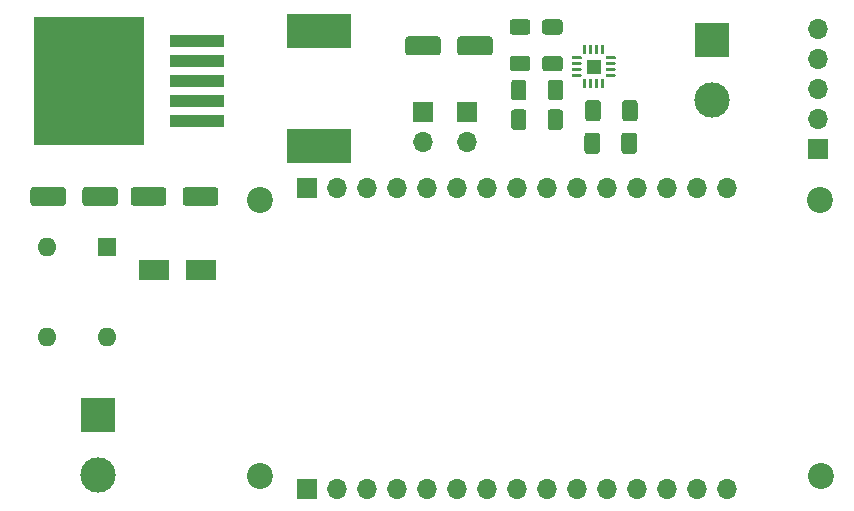
<source format=gbr>
%TF.GenerationSoftware,KiCad,Pcbnew,(5.1.10)-1*%
%TF.CreationDate,2023-06-16T20:51:16+02:00*%
%TF.ProjectId,Disney_door_opener,4469736e-6579-45f6-946f-6f725f6f7065,rev?*%
%TF.SameCoordinates,Original*%
%TF.FileFunction,Soldermask,Top*%
%TF.FilePolarity,Negative*%
%FSLAX46Y46*%
G04 Gerber Fmt 4.6, Leading zero omitted, Abs format (unit mm)*
G04 Created by KiCad (PCBNEW (5.1.10)-1) date 2023-06-16 20:51:16*
%MOMM*%
%LPD*%
G01*
G04 APERTURE LIST*
%ADD10O,1.700000X1.700000*%
%ADD11R,1.700000X1.700000*%
%ADD12C,2.200000*%
%ADD13R,3.000000X3.000000*%
%ADD14C,3.000000*%
%ADD15O,1.600000X1.600000*%
%ADD16R,1.600000X1.600000*%
%ADD17R,2.500000X1.800000*%
%ADD18R,5.400000X2.900000*%
%ADD19R,4.600000X1.100000*%
%ADD20R,9.400000X10.800000*%
%ADD21R,1.230000X1.230000*%
G04 APERTURE END LIST*
D10*
%TO.C,J7*%
X187310000Y-58000000D03*
X184770000Y-58000000D03*
X182230000Y-58000000D03*
X179690000Y-58000000D03*
X177150000Y-58000000D03*
X174610000Y-58000000D03*
X172070000Y-58000000D03*
X169530000Y-58000000D03*
X166990000Y-58000000D03*
X164450000Y-58000000D03*
X161910000Y-58000000D03*
X159370000Y-58000000D03*
X156830000Y-58000000D03*
X154290000Y-58000000D03*
D11*
X151750000Y-58000000D03*
%TD*%
D10*
%TO.C,J6*%
X187310000Y-32500000D03*
X184770000Y-32500000D03*
X182230000Y-32500000D03*
X179690000Y-32500000D03*
X177150000Y-32500000D03*
X174610000Y-32500000D03*
X172070000Y-32500000D03*
X169530000Y-32500000D03*
X166990000Y-32500000D03*
X164450000Y-32500000D03*
X161910000Y-32500000D03*
X159370000Y-32500000D03*
X156830000Y-32500000D03*
X154290000Y-32500000D03*
D11*
X151750000Y-32500000D03*
%TD*%
D12*
%TO.C,H4*%
X195190000Y-33550000D03*
%TD*%
%TO.C,H3*%
X147710000Y-33560000D03*
%TD*%
%TO.C,H2*%
X195220000Y-56940000D03*
%TD*%
%TO.C,H1*%
X147720000Y-56950000D03*
%TD*%
D13*
%TO.C,J5*%
X186000000Y-20000000D03*
D14*
X186000000Y-25080000D03*
%TD*%
D11*
%TO.C,J4*%
X195000000Y-29250000D03*
D10*
X195000000Y-26710000D03*
X195000000Y-24170000D03*
X195000000Y-21630000D03*
X195000000Y-19090000D03*
%TD*%
%TO.C,C6*%
G36*
G01*
X179662500Y-28099997D02*
X179662500Y-29400003D01*
G75*
G02*
X179412503Y-29650000I-249997J0D01*
G01*
X178587497Y-29650000D01*
G75*
G02*
X178337500Y-29400003I0J249997D01*
G01*
X178337500Y-28099997D01*
G75*
G02*
X178587497Y-27850000I249997J0D01*
G01*
X179412503Y-27850000D01*
G75*
G02*
X179662500Y-28099997I0J-249997D01*
G01*
G37*
G36*
G01*
X176537500Y-28099997D02*
X176537500Y-29400003D01*
G75*
G02*
X176287503Y-29650000I-249997J0D01*
G01*
X175462497Y-29650000D01*
G75*
G02*
X175212500Y-29400003I0J249997D01*
G01*
X175212500Y-28099997D01*
G75*
G02*
X175462497Y-27850000I249997J0D01*
G01*
X176287503Y-27850000D01*
G75*
G02*
X176537500Y-28099997I0J-249997D01*
G01*
G37*
%TD*%
%TO.C,C1*%
G36*
G01*
X131300000Y-32700000D02*
X131300000Y-33800000D01*
G75*
G02*
X131050000Y-34050000I-250000J0D01*
G01*
X128550000Y-34050000D01*
G75*
G02*
X128300000Y-33800000I0J250000D01*
G01*
X128300000Y-32700000D01*
G75*
G02*
X128550000Y-32450000I250000J0D01*
G01*
X131050000Y-32450000D01*
G75*
G02*
X131300000Y-32700000I0J-250000D01*
G01*
G37*
G36*
G01*
X135700000Y-32700000D02*
X135700000Y-33800000D01*
G75*
G02*
X135450000Y-34050000I-250000J0D01*
G01*
X132950000Y-34050000D01*
G75*
G02*
X132700000Y-33800000I0J250000D01*
G01*
X132700000Y-32700000D01*
G75*
G02*
X132950000Y-32450000I250000J0D01*
G01*
X135450000Y-32450000D01*
G75*
G02*
X135700000Y-32700000I0J-250000D01*
G01*
G37*
%TD*%
%TO.C,C4*%
G36*
G01*
X144200000Y-32700000D02*
X144200000Y-33800000D01*
G75*
G02*
X143950000Y-34050000I-250000J0D01*
G01*
X141450000Y-34050000D01*
G75*
G02*
X141200000Y-33800000I0J250000D01*
G01*
X141200000Y-32700000D01*
G75*
G02*
X141450000Y-32450000I250000J0D01*
G01*
X143950000Y-32450000D01*
G75*
G02*
X144200000Y-32700000I0J-250000D01*
G01*
G37*
G36*
G01*
X139800000Y-32700000D02*
X139800000Y-33800000D01*
G75*
G02*
X139550000Y-34050000I-250000J0D01*
G01*
X137050000Y-34050000D01*
G75*
G02*
X136800000Y-33800000I0J250000D01*
G01*
X136800000Y-32700000D01*
G75*
G02*
X137050000Y-32450000I250000J0D01*
G01*
X139550000Y-32450000D01*
G75*
G02*
X139800000Y-32700000I0J-250000D01*
G01*
G37*
%TD*%
%TO.C,C5*%
G36*
G01*
X160050000Y-21050000D02*
X160050000Y-19950000D01*
G75*
G02*
X160300000Y-19700000I250000J0D01*
G01*
X162800000Y-19700000D01*
G75*
G02*
X163050000Y-19950000I0J-250000D01*
G01*
X163050000Y-21050000D01*
G75*
G02*
X162800000Y-21300000I-250000J0D01*
G01*
X160300000Y-21300000D01*
G75*
G02*
X160050000Y-21050000I0J250000D01*
G01*
G37*
G36*
G01*
X164450000Y-21050000D02*
X164450000Y-19950000D01*
G75*
G02*
X164700000Y-19700000I250000J0D01*
G01*
X167200000Y-19700000D01*
G75*
G02*
X167450000Y-19950000I0J-250000D01*
G01*
X167450000Y-21050000D01*
G75*
G02*
X167200000Y-21300000I-250000J0D01*
G01*
X164700000Y-21300000D01*
G75*
G02*
X164450000Y-21050000I0J250000D01*
G01*
G37*
%TD*%
D15*
%TO.C,D1*%
X134750000Y-45120000D03*
X129670000Y-37500000D03*
X129670000Y-45120000D03*
D16*
X134750000Y-37500000D03*
%TD*%
D17*
%TO.C,D2*%
X142750000Y-39500000D03*
X138750000Y-39500000D03*
%TD*%
D18*
%TO.C,L1*%
X152750000Y-28950000D03*
X152750000Y-19250000D03*
%TD*%
D19*
%TO.C,U1*%
X142400000Y-26900000D03*
X142400000Y-25200000D03*
X142400000Y-23500000D03*
X142400000Y-21800000D03*
X142400000Y-20100000D03*
D20*
X133250000Y-23500000D03*
%TD*%
D11*
%TO.C,J2*%
X161500000Y-26075001D03*
D10*
X161500000Y-28615001D03*
%TD*%
%TO.C,J3*%
X165250000Y-28615001D03*
D11*
X165250000Y-26075001D03*
%TD*%
%TO.C,C7*%
G36*
G01*
X176600000Y-25349997D02*
X176600000Y-26650003D01*
G75*
G02*
X176350003Y-26900000I-249997J0D01*
G01*
X175524997Y-26900000D01*
G75*
G02*
X175275000Y-26650003I0J249997D01*
G01*
X175275000Y-25349997D01*
G75*
G02*
X175524997Y-25100000I249997J0D01*
G01*
X176350003Y-25100000D01*
G75*
G02*
X176600000Y-25349997I0J-249997D01*
G01*
G37*
G36*
G01*
X179725000Y-25349997D02*
X179725000Y-26650003D01*
G75*
G02*
X179475003Y-26900000I-249997J0D01*
G01*
X178649997Y-26900000D01*
G75*
G02*
X178400000Y-26650003I0J249997D01*
G01*
X178400000Y-25349997D01*
G75*
G02*
X178649997Y-25100000I249997J0D01*
G01*
X179475003Y-25100000D01*
G75*
G02*
X179725000Y-25349997I0J-249997D01*
G01*
G37*
%TD*%
%TO.C,U3*%
G36*
G01*
X174150000Y-21562500D02*
X174150000Y-21437500D01*
G75*
G02*
X174212500Y-21375000I62500J0D01*
G01*
X174912500Y-21375000D01*
G75*
G02*
X174975000Y-21437500I0J-62500D01*
G01*
X174975000Y-21562500D01*
G75*
G02*
X174912500Y-21625000I-62500J0D01*
G01*
X174212500Y-21625000D01*
G75*
G02*
X174150000Y-21562500I0J62500D01*
G01*
G37*
G36*
G01*
X174150000Y-22062500D02*
X174150000Y-21937500D01*
G75*
G02*
X174212500Y-21875000I62500J0D01*
G01*
X174912500Y-21875000D01*
G75*
G02*
X174975000Y-21937500I0J-62500D01*
G01*
X174975000Y-22062500D01*
G75*
G02*
X174912500Y-22125000I-62500J0D01*
G01*
X174212500Y-22125000D01*
G75*
G02*
X174150000Y-22062500I0J62500D01*
G01*
G37*
G36*
G01*
X174150000Y-22562500D02*
X174150000Y-22437500D01*
G75*
G02*
X174212500Y-22375000I62500J0D01*
G01*
X174912500Y-22375000D01*
G75*
G02*
X174975000Y-22437500I0J-62500D01*
G01*
X174975000Y-22562500D01*
G75*
G02*
X174912500Y-22625000I-62500J0D01*
G01*
X174212500Y-22625000D01*
G75*
G02*
X174150000Y-22562500I0J62500D01*
G01*
G37*
G36*
G01*
X174150000Y-23062500D02*
X174150000Y-22937500D01*
G75*
G02*
X174212500Y-22875000I62500J0D01*
G01*
X174912500Y-22875000D01*
G75*
G02*
X174975000Y-22937500I0J-62500D01*
G01*
X174975000Y-23062500D01*
G75*
G02*
X174912500Y-23125000I-62500J0D01*
G01*
X174212500Y-23125000D01*
G75*
G02*
X174150000Y-23062500I0J62500D01*
G01*
G37*
G36*
G01*
X175125000Y-24037500D02*
X175125000Y-23337500D01*
G75*
G02*
X175187500Y-23275000I62500J0D01*
G01*
X175312500Y-23275000D01*
G75*
G02*
X175375000Y-23337500I0J-62500D01*
G01*
X175375000Y-24037500D01*
G75*
G02*
X175312500Y-24100000I-62500J0D01*
G01*
X175187500Y-24100000D01*
G75*
G02*
X175125000Y-24037500I0J62500D01*
G01*
G37*
G36*
G01*
X175625000Y-24037500D02*
X175625000Y-23337500D01*
G75*
G02*
X175687500Y-23275000I62500J0D01*
G01*
X175812500Y-23275000D01*
G75*
G02*
X175875000Y-23337500I0J-62500D01*
G01*
X175875000Y-24037500D01*
G75*
G02*
X175812500Y-24100000I-62500J0D01*
G01*
X175687500Y-24100000D01*
G75*
G02*
X175625000Y-24037500I0J62500D01*
G01*
G37*
G36*
G01*
X176125000Y-24037500D02*
X176125000Y-23337500D01*
G75*
G02*
X176187500Y-23275000I62500J0D01*
G01*
X176312500Y-23275000D01*
G75*
G02*
X176375000Y-23337500I0J-62500D01*
G01*
X176375000Y-24037500D01*
G75*
G02*
X176312500Y-24100000I-62500J0D01*
G01*
X176187500Y-24100000D01*
G75*
G02*
X176125000Y-24037500I0J62500D01*
G01*
G37*
G36*
G01*
X176625000Y-24037500D02*
X176625000Y-23337500D01*
G75*
G02*
X176687500Y-23275000I62500J0D01*
G01*
X176812500Y-23275000D01*
G75*
G02*
X176875000Y-23337500I0J-62500D01*
G01*
X176875000Y-24037500D01*
G75*
G02*
X176812500Y-24100000I-62500J0D01*
G01*
X176687500Y-24100000D01*
G75*
G02*
X176625000Y-24037500I0J62500D01*
G01*
G37*
G36*
G01*
X177025000Y-23062500D02*
X177025000Y-22937500D01*
G75*
G02*
X177087500Y-22875000I62500J0D01*
G01*
X177787500Y-22875000D01*
G75*
G02*
X177850000Y-22937500I0J-62500D01*
G01*
X177850000Y-23062500D01*
G75*
G02*
X177787500Y-23125000I-62500J0D01*
G01*
X177087500Y-23125000D01*
G75*
G02*
X177025000Y-23062500I0J62500D01*
G01*
G37*
G36*
G01*
X177025000Y-22562500D02*
X177025000Y-22437500D01*
G75*
G02*
X177087500Y-22375000I62500J0D01*
G01*
X177787500Y-22375000D01*
G75*
G02*
X177850000Y-22437500I0J-62500D01*
G01*
X177850000Y-22562500D01*
G75*
G02*
X177787500Y-22625000I-62500J0D01*
G01*
X177087500Y-22625000D01*
G75*
G02*
X177025000Y-22562500I0J62500D01*
G01*
G37*
G36*
G01*
X177025000Y-22062500D02*
X177025000Y-21937500D01*
G75*
G02*
X177087500Y-21875000I62500J0D01*
G01*
X177787500Y-21875000D01*
G75*
G02*
X177850000Y-21937500I0J-62500D01*
G01*
X177850000Y-22062500D01*
G75*
G02*
X177787500Y-22125000I-62500J0D01*
G01*
X177087500Y-22125000D01*
G75*
G02*
X177025000Y-22062500I0J62500D01*
G01*
G37*
G36*
G01*
X177025000Y-21562500D02*
X177025000Y-21437500D01*
G75*
G02*
X177087500Y-21375000I62500J0D01*
G01*
X177787500Y-21375000D01*
G75*
G02*
X177850000Y-21437500I0J-62500D01*
G01*
X177850000Y-21562500D01*
G75*
G02*
X177787500Y-21625000I-62500J0D01*
G01*
X177087500Y-21625000D01*
G75*
G02*
X177025000Y-21562500I0J62500D01*
G01*
G37*
G36*
G01*
X176625000Y-21162500D02*
X176625000Y-20462500D01*
G75*
G02*
X176687500Y-20400000I62500J0D01*
G01*
X176812500Y-20400000D01*
G75*
G02*
X176875000Y-20462500I0J-62500D01*
G01*
X176875000Y-21162500D01*
G75*
G02*
X176812500Y-21225000I-62500J0D01*
G01*
X176687500Y-21225000D01*
G75*
G02*
X176625000Y-21162500I0J62500D01*
G01*
G37*
G36*
G01*
X176125000Y-21162500D02*
X176125000Y-20462500D01*
G75*
G02*
X176187500Y-20400000I62500J0D01*
G01*
X176312500Y-20400000D01*
G75*
G02*
X176375000Y-20462500I0J-62500D01*
G01*
X176375000Y-21162500D01*
G75*
G02*
X176312500Y-21225000I-62500J0D01*
G01*
X176187500Y-21225000D01*
G75*
G02*
X176125000Y-21162500I0J62500D01*
G01*
G37*
G36*
G01*
X175625000Y-21162500D02*
X175625000Y-20462500D01*
G75*
G02*
X175687500Y-20400000I62500J0D01*
G01*
X175812500Y-20400000D01*
G75*
G02*
X175875000Y-20462500I0J-62500D01*
G01*
X175875000Y-21162500D01*
G75*
G02*
X175812500Y-21225000I-62500J0D01*
G01*
X175687500Y-21225000D01*
G75*
G02*
X175625000Y-21162500I0J62500D01*
G01*
G37*
G36*
G01*
X175125000Y-21162500D02*
X175125000Y-20462500D01*
G75*
G02*
X175187500Y-20400000I62500J0D01*
G01*
X175312500Y-20400000D01*
G75*
G02*
X175375000Y-20462500I0J-62500D01*
G01*
X175375000Y-21162500D01*
G75*
G02*
X175312500Y-21225000I-62500J0D01*
G01*
X175187500Y-21225000D01*
G75*
G02*
X175125000Y-21162500I0J62500D01*
G01*
G37*
D21*
X176000000Y-22250000D03*
%TD*%
%TO.C,R1*%
G36*
G01*
X171874999Y-18250000D02*
X173125001Y-18250000D01*
G75*
G02*
X173375000Y-18499999I0J-249999D01*
G01*
X173375000Y-19300001D01*
G75*
G02*
X173125001Y-19550000I-249999J0D01*
G01*
X171874999Y-19550000D01*
G75*
G02*
X171625000Y-19300001I0J249999D01*
G01*
X171625000Y-18499999D01*
G75*
G02*
X171874999Y-18250000I249999J0D01*
G01*
G37*
G36*
G01*
X171874999Y-21350000D02*
X173125001Y-21350000D01*
G75*
G02*
X173375000Y-21599999I0J-249999D01*
G01*
X173375000Y-22400001D01*
G75*
G02*
X173125001Y-22650000I-249999J0D01*
G01*
X171874999Y-22650000D01*
G75*
G02*
X171625000Y-22400001I0J249999D01*
G01*
X171625000Y-21599999D01*
G75*
G02*
X171874999Y-21350000I249999J0D01*
G01*
G37*
%TD*%
%TO.C,R2*%
G36*
G01*
X169124999Y-21350000D02*
X170375001Y-21350000D01*
G75*
G02*
X170625000Y-21599999I0J-249999D01*
G01*
X170625000Y-22400001D01*
G75*
G02*
X170375001Y-22650000I-249999J0D01*
G01*
X169124999Y-22650000D01*
G75*
G02*
X168875000Y-22400001I0J249999D01*
G01*
X168875000Y-21599999D01*
G75*
G02*
X169124999Y-21350000I249999J0D01*
G01*
G37*
G36*
G01*
X169124999Y-18250000D02*
X170375001Y-18250000D01*
G75*
G02*
X170625000Y-18499999I0J-249999D01*
G01*
X170625000Y-19300001D01*
G75*
G02*
X170375001Y-19550000I-249999J0D01*
G01*
X169124999Y-19550000D01*
G75*
G02*
X168875000Y-19300001I0J249999D01*
G01*
X168875000Y-18499999D01*
G75*
G02*
X169124999Y-18250000I249999J0D01*
G01*
G37*
%TD*%
%TO.C,R3*%
G36*
G01*
X169000000Y-27375001D02*
X169000000Y-26124999D01*
G75*
G02*
X169249999Y-25875000I249999J0D01*
G01*
X170050001Y-25875000D01*
G75*
G02*
X170300000Y-26124999I0J-249999D01*
G01*
X170300000Y-27375001D01*
G75*
G02*
X170050001Y-27625000I-249999J0D01*
G01*
X169249999Y-27625000D01*
G75*
G02*
X169000000Y-27375001I0J249999D01*
G01*
G37*
G36*
G01*
X172100000Y-27375001D02*
X172100000Y-26124999D01*
G75*
G02*
X172349999Y-25875000I249999J0D01*
G01*
X173150001Y-25875000D01*
G75*
G02*
X173400000Y-26124999I0J-249999D01*
G01*
X173400000Y-27375001D01*
G75*
G02*
X173150001Y-27625000I-249999J0D01*
G01*
X172349999Y-27625000D01*
G75*
G02*
X172100000Y-27375001I0J249999D01*
G01*
G37*
%TD*%
%TO.C,R4*%
G36*
G01*
X172100000Y-24875001D02*
X172100000Y-23624999D01*
G75*
G02*
X172349999Y-23375000I249999J0D01*
G01*
X173150001Y-23375000D01*
G75*
G02*
X173400000Y-23624999I0J-249999D01*
G01*
X173400000Y-24875001D01*
G75*
G02*
X173150001Y-25125000I-249999J0D01*
G01*
X172349999Y-25125000D01*
G75*
G02*
X172100000Y-24875001I0J249999D01*
G01*
G37*
G36*
G01*
X169000000Y-24875001D02*
X169000000Y-23624999D01*
G75*
G02*
X169249999Y-23375000I249999J0D01*
G01*
X170050001Y-23375000D01*
G75*
G02*
X170300000Y-23624999I0J-249999D01*
G01*
X170300000Y-24875001D01*
G75*
G02*
X170050001Y-25125000I-249999J0D01*
G01*
X169249999Y-25125000D01*
G75*
G02*
X169000000Y-24875001I0J249999D01*
G01*
G37*
%TD*%
D13*
%TO.C,J1*%
X134000000Y-51750000D03*
D14*
X134000000Y-56830000D03*
%TD*%
M02*

</source>
